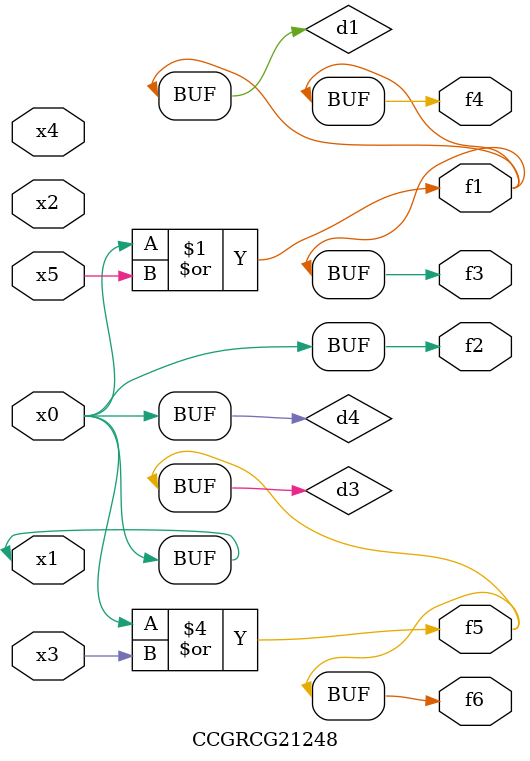
<source format=v>
module CCGRCG21248(
	input x0, x1, x2, x3, x4, x5,
	output f1, f2, f3, f4, f5, f6
);

	wire d1, d2, d3, d4;

	or (d1, x0, x5);
	xnor (d2, x1, x4);
	or (d3, x0, x3);
	buf (d4, x0, x1);
	assign f1 = d1;
	assign f2 = d4;
	assign f3 = d1;
	assign f4 = d1;
	assign f5 = d3;
	assign f6 = d3;
endmodule

</source>
